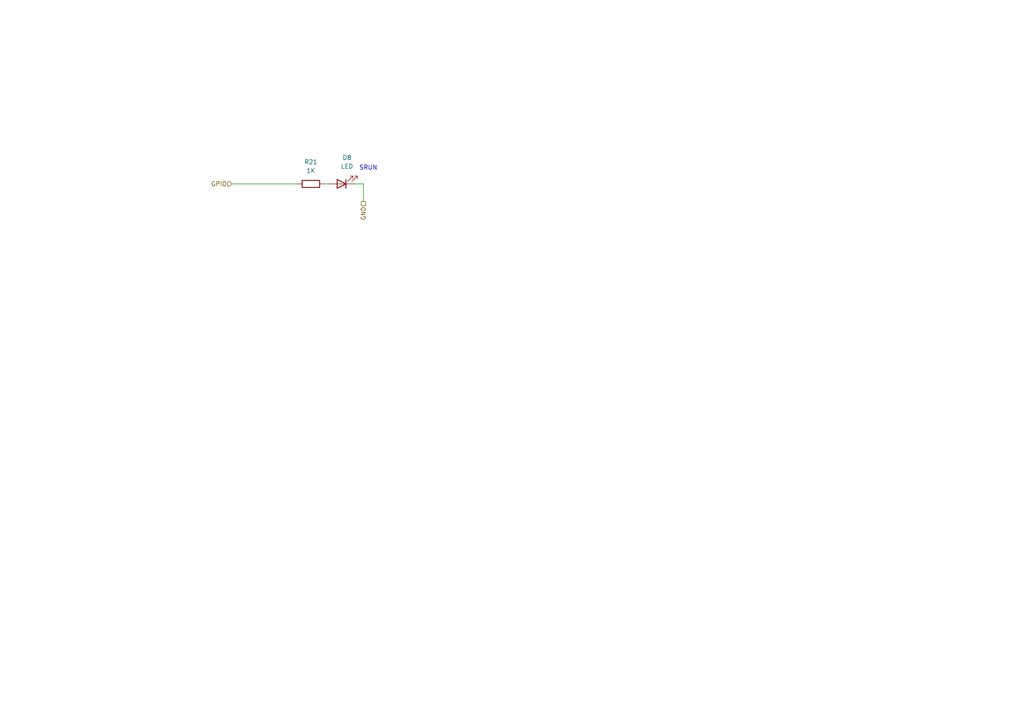
<source format=kicad_sch>
(kicad_sch (version 20230121) (generator eeschema)
  (paper "A4")
  (lib_symbols
    (symbol "Device:LED" (pin_numbers hide) (pin_names (offset 1.016) hide)
      (property "Reference" "D" (at 0 2.54 0))
      (property "Value" "LED" (at 0 -2.54 0))
      (symbol "LED_0_1"
        (polyline (pts (xy -1.27 -1.27) (xy -1.27 1.27)) (stroke (width 0.254)))
        (polyline (pts (xy -1.27 0) (xy 1.27 0)))
        (polyline (pts (xy 1.27 -1.27) (xy 1.27 1.27) (xy -1.27 0) (xy 1.27 -1.27)) (stroke (width 0.254)))
        (polyline (pts (xy -3.048 -0.762) (xy -4.572 -2.286) (xy -3.81 -2.286) (xy -4.572 -2.286) (xy -4.572 -1.524)))
        (polyline (pts (xy -1.778 -0.762) (xy -3.302 -2.286) (xy -2.54 -2.286) (xy -3.302 -2.286) (xy -3.302 -1.524)))
      )
      (symbol "LED_1_1"
        (pin passive line (at -3.81 0 0) (length 2.54) (name "K") (number "1"))
        (pin passive line (at 3.81 0 180) (length 2.54) (name "A") (number "2"))
      )
    )
    (symbol "Device:R" (pin_numbers hide) (pin_names (offset 0))
      (property "Reference" "R" (at 2.032 0 90))
      (property "Value" "R" (at 0 0 90))
      (symbol "R_0_1"
        (rectangle (start -1.016 -2.54) (end 1.016 2.54) (stroke (width 0.254)))
      )
      (symbol "R_1_1"
        (pin passive line (at 0 3.81 270) (length 1.27) (name "~") (number "1"))
        (pin passive line (at 0 -3.81 90) (length 1.27) (name "~") (number "2"))
      )
    )
  )
  (wire (pts (xy 102.87 53.34) (xy 105.41 53.34)))
  (wire (pts (xy 93.98 53.34) (xy 95.25 53.34)))
  (wire (pts (xy 105.41 53.34) (xy 105.41 58.42)))
  (wire (pts (xy 67.31 53.34) (xy 86.36 53.34)))
  (text "SRUN" (at 104.14 49.53 0) (effects (font (size 1.27 1.27)) (justify left bottom)))
  (hierarchical_label "GND" (shape passive) (at 105.41 58.42 270))
  (hierarchical_label "GPIO" (shape input) (at 67.31 53.34 180))
  (symbol (lib_id "Device:LED") (at 99.06 53.34 180) (unit 1)
    (property "Reference" "D8" (at 100.6475 45.72 0))
    (property "Value" "LED" (at 100.6475 48.26 0))
    (property "Footprint" "LED_SMD:LED_1206_3216Metric_Pad1.42x1.75mm_HandSolder" (effects hide))
    (instances (project "pdp11_front_panel" (path "" (reference "D8") (unit 1)) (path "" (reference "D7") (unit 1))) (project "srun_annunciator" (path "" (reference "D8") (unit 1))))
  )
  (symbol (lib_id "Device:R") (at 90.17 53.34 90) (unit 1)
    (property "Reference" "R21" (at 90.17 46.99 90))
    (property "Value" "1K" (at 90.17 49.53 90))
    (property "Footprint" "Resistor_SMD:R_1206_3216Metric_Pad1.30x1.75mm_HandSolder" (effects hide))
    (instances (project "pdp11_front_panel" (path "" (reference "R21") (unit 1)) (path "" (reference "R9") (unit 1))))
  )
)
</source>
